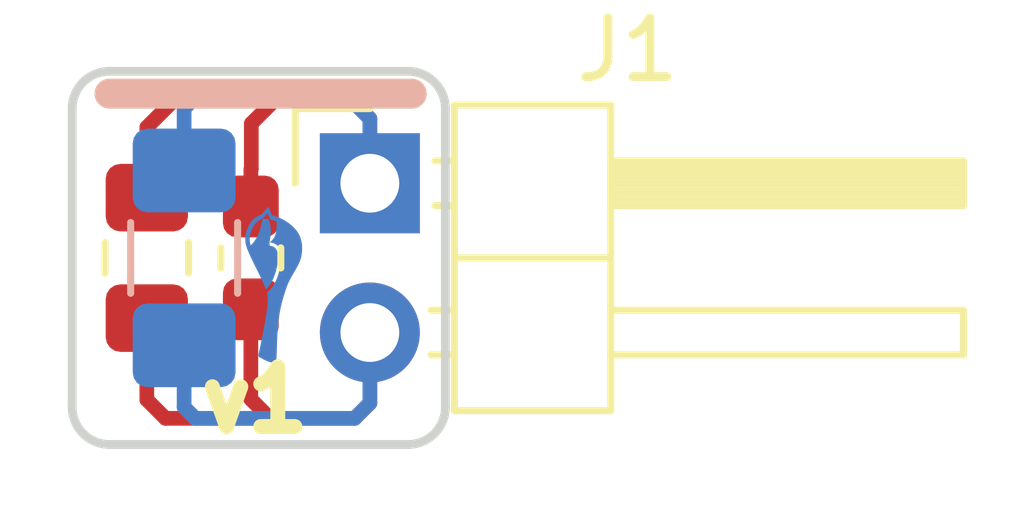
<source format=kicad_pcb>
(kicad_pcb (version 20171130) (host pcbnew "(5.0.0-3-g5ebb6b6)")

  (general
    (thickness 1.6)
    (drawings 11)
    (tracks 28)
    (zones 0)
    (modules 5)
    (nets 3)
  )

  (page A4)
  (layers
    (0 F.Cu signal)
    (31 B.Cu signal)
    (32 B.Adhes user)
    (33 F.Adhes user)
    (34 B.Paste user)
    (35 F.Paste user)
    (36 B.SilkS user)
    (37 F.SilkS user)
    (38 B.Mask user)
    (39 F.Mask user)
    (40 Dwgs.User user)
    (41 Cmts.User user)
    (42 Eco1.User user)
    (43 Eco2.User user)
    (44 Edge.Cuts user)
    (45 Margin user)
    (46 B.CrtYd user)
    (47 F.CrtYd user)
    (48 B.Fab user)
    (49 F.Fab user)
  )

  (setup
    (last_trace_width 0.25)
    (trace_clearance 0.2)
    (zone_clearance 0.508)
    (zone_45_only no)
    (trace_min 0.2)
    (segment_width 0.2)
    (edge_width 0.15)
    (via_size 0.8)
    (via_drill 0.4)
    (via_min_size 0.4)
    (via_min_drill 0.3)
    (uvia_size 0.3)
    (uvia_drill 0.1)
    (uvias_allowed no)
    (uvia_min_size 0.2)
    (uvia_min_drill 0.1)
    (pcb_text_width 0.3)
    (pcb_text_size 1.5 1.5)
    (mod_edge_width 0.15)
    (mod_text_size 1 1)
    (mod_text_width 0.15)
    (pad_size 1.524 1.524)
    (pad_drill 0.762)
    (pad_to_mask_clearance 0.2)
    (aux_axis_origin 0 0)
    (visible_elements FFFFFF7F)
    (pcbplotparams
      (layerselection 0x010fc_ffffffff)
      (usegerberextensions false)
      (usegerberattributes false)
      (usegerberadvancedattributes false)
      (creategerberjobfile false)
      (excludeedgelayer true)
      (linewidth 0.100000)
      (plotframeref false)
      (viasonmask false)
      (mode 1)
      (useauxorigin false)
      (hpglpennumber 1)
      (hpglpenspeed 20)
      (hpglpendiameter 15.000000)
      (psnegative false)
      (psa4output false)
      (plotreference true)
      (plotvalue true)
      (plotinvisibletext false)
      (padsonsilk false)
      (subtractmaskfromsilk false)
      (outputformat 1)
      (mirror false)
      (drillshape 1)
      (scaleselection 1)
      (outputdirectory ""))
  )

  (net 0 "")
  (net 1 "Net-(C1-Pad1)")
  (net 2 "Net-(C1-Pad2)")

  (net_class Default "This is the default net class."
    (clearance 0.2)
    (trace_width 0.25)
    (via_dia 0.8)
    (via_drill 0.4)
    (uvia_dia 0.3)
    (uvia_drill 0.1)
    (add_net "Net-(C1-Pad1)")
    (add_net "Net-(C1-Pad2)")
  )

  (module Capacitor_SMD:C_0603_1608Metric_Pad1.05x0.95mm_HandSolder (layer F.Cu) (tedit 5BF61ED8) (tstamp 5C025349)
    (at 140.2 102.235 270)
    (descr "Capacitor SMD 0603 (1608 Metric), square (rectangular) end terminal, IPC_7351 nominal with elongated pad for handsoldering. (Body size source: http://www.tortai-tech.com/upload/download/2011102023233369053.pdf), generated with kicad-footprint-generator")
    (tags "capacitor handsolder")
    (path /5BF610A1)
    (attr smd)
    (fp_text reference C1 (at 0 -1.43 270) (layer F.SilkS) hide
      (effects (font (size 1 1) (thickness 0.15)))
    )
    (fp_text value C_Small (at 0 1.43 270) (layer F.Fab)
      (effects (font (size 1 1) (thickness 0.15)))
    )
    (fp_line (start -0.8 0.4) (end -0.8 -0.4) (layer F.Fab) (width 0.1))
    (fp_line (start -0.8 -0.4) (end 0.8 -0.4) (layer F.Fab) (width 0.1))
    (fp_line (start 0.8 -0.4) (end 0.8 0.4) (layer F.Fab) (width 0.1))
    (fp_line (start 0.8 0.4) (end -0.8 0.4) (layer F.Fab) (width 0.1))
    (fp_line (start -0.171267 -0.51) (end 0.171267 -0.51) (layer F.SilkS) (width 0.12))
    (fp_line (start -0.171267 0.51) (end 0.171267 0.51) (layer F.SilkS) (width 0.12))
    (fp_line (start -1.65 0.73) (end -1.65 -0.73) (layer F.CrtYd) (width 0.05))
    (fp_line (start -1.65 -0.73) (end 1.65 -0.73) (layer F.CrtYd) (width 0.05))
    (fp_line (start 1.65 -0.73) (end 1.65 0.73) (layer F.CrtYd) (width 0.05))
    (fp_line (start 1.65 0.73) (end -1.65 0.73) (layer F.CrtYd) (width 0.05))
    (fp_text user %R (at 0 0 270) (layer F.Fab)
      (effects (font (size 0.4 0.4) (thickness 0.06)))
    )
    (pad 1 smd roundrect (at -0.875 0 270) (size 1.05 0.95) (layers F.Cu F.Paste F.Mask) (roundrect_rratio 0.25)
      (net 1 "Net-(C1-Pad1)"))
    (pad 2 smd roundrect (at 0.875 0 270) (size 1.05 0.95) (layers F.Cu F.Paste F.Mask) (roundrect_rratio 0.25)
      (net 2 "Net-(C1-Pad2)"))
    (model ${KISYS3DMOD}/Capacitor_SMD.3dshapes/C_0603_1608Metric.wrl
      (at (xyz 0 0 0))
      (scale (xyz 1 1 1))
      (rotate (xyz 0 0 0))
    )
  )

  (module Capacitor_SMD:C_0805_2012Metric_Pad1.15x1.40mm_HandSolder (layer F.Cu) (tedit 5BF61EF0) (tstamp 5C025338)
    (at 138.43 102.235 270)
    (descr "Capacitor SMD 0805 (2012 Metric), square (rectangular) end terminal, IPC_7351 nominal with elongated pad for handsoldering. (Body size source: https://docs.google.com/spreadsheets/d/1BsfQQcO9C6DZCsRaXUlFlo91Tg2WpOkGARC1WS5S8t0/edit?usp=sharing), generated with kicad-footprint-generator")
    (tags "capacitor handsolder")
    (path /5BF610E0)
    (attr smd)
    (fp_text reference C2 (at 0 -1.65 270) (layer F.SilkS) hide
      (effects (font (size 1 1) (thickness 0.15)))
    )
    (fp_text value C_Small (at 0 1.65 270) (layer F.Fab)
      (effects (font (size 1 1) (thickness 0.15)))
    )
    (fp_line (start -1 0.6) (end -1 -0.6) (layer F.Fab) (width 0.1))
    (fp_line (start -1 -0.6) (end 1 -0.6) (layer F.Fab) (width 0.1))
    (fp_line (start 1 -0.6) (end 1 0.6) (layer F.Fab) (width 0.1))
    (fp_line (start 1 0.6) (end -1 0.6) (layer F.Fab) (width 0.1))
    (fp_line (start -0.261252 -0.71) (end 0.261252 -0.71) (layer F.SilkS) (width 0.12))
    (fp_line (start -0.261252 0.71) (end 0.261252 0.71) (layer F.SilkS) (width 0.12))
    (fp_line (start -1.85 0.95) (end -1.85 -0.95) (layer F.CrtYd) (width 0.05))
    (fp_line (start -1.85 -0.95) (end 1.85 -0.95) (layer F.CrtYd) (width 0.05))
    (fp_line (start 1.85 -0.95) (end 1.85 0.95) (layer F.CrtYd) (width 0.05))
    (fp_line (start 1.85 0.95) (end -1.85 0.95) (layer F.CrtYd) (width 0.05))
    (fp_text user %R (at 0 0 270) (layer F.Fab)
      (effects (font (size 0.5 0.5) (thickness 0.08)))
    )
    (pad 1 smd roundrect (at -1.025 0 270) (size 1.15 1.4) (layers F.Cu F.Paste F.Mask) (roundrect_rratio 0.217391)
      (net 1 "Net-(C1-Pad1)"))
    (pad 2 smd roundrect (at 1.025 0 270) (size 1.15 1.4) (layers F.Cu F.Paste F.Mask) (roundrect_rratio 0.217391)
      (net 2 "Net-(C1-Pad2)"))
    (model ${KISYS3DMOD}/Capacitor_SMD.3dshapes/C_0805_2012Metric.wrl
      (at (xyz 0 0 0))
      (scale (xyz 1 1 1))
      (rotate (xyz 0 0 0))
    )
  )

  (module Capacitor_SMD:C_1206_3216Metric_Pad1.42x1.75mm_HandSolder (layer B.Cu) (tedit 5BF61EFF) (tstamp 5C025327)
    (at 139.065 102.235 270)
    (descr "Capacitor SMD 1206 (3216 Metric), square (rectangular) end terminal, IPC_7351 nominal with elongated pad for handsoldering. (Body size source: http://www.tortai-tech.com/upload/download/2011102023233369053.pdf), generated with kicad-footprint-generator")
    (tags "capacitor handsolder")
    (path /5BF6111B)
    (attr smd)
    (fp_text reference C3 (at 0 1.82 270) (layer B.SilkS) hide
      (effects (font (size 1 1) (thickness 0.15)) (justify mirror))
    )
    (fp_text value C_Small (at 0 -1.82 270) (layer B.Fab)
      (effects (font (size 1 1) (thickness 0.15)) (justify mirror))
    )
    (fp_line (start -1.6 -0.8) (end -1.6 0.8) (layer B.Fab) (width 0.1))
    (fp_line (start -1.6 0.8) (end 1.6 0.8) (layer B.Fab) (width 0.1))
    (fp_line (start 1.6 0.8) (end 1.6 -0.8) (layer B.Fab) (width 0.1))
    (fp_line (start 1.6 -0.8) (end -1.6 -0.8) (layer B.Fab) (width 0.1))
    (fp_line (start -0.602064 0.91) (end 0.602064 0.91) (layer B.SilkS) (width 0.12))
    (fp_line (start -0.602064 -0.91) (end 0.602064 -0.91) (layer B.SilkS) (width 0.12))
    (fp_line (start -2.45 -1.12) (end -2.45 1.12) (layer B.CrtYd) (width 0.05))
    (fp_line (start -2.45 1.12) (end 2.45 1.12) (layer B.CrtYd) (width 0.05))
    (fp_line (start 2.45 1.12) (end 2.45 -1.12) (layer B.CrtYd) (width 0.05))
    (fp_line (start 2.45 -1.12) (end -2.45 -1.12) (layer B.CrtYd) (width 0.05))
    (fp_text user %R (at 0 0 270) (layer B.Fab)
      (effects (font (size 0.8 0.8) (thickness 0.12)) (justify mirror))
    )
    (pad 1 smd roundrect (at -1.4875 0 270) (size 1.425 1.75) (layers B.Cu B.Paste B.Mask) (roundrect_rratio 0.175439)
      (net 1 "Net-(C1-Pad1)"))
    (pad 2 smd roundrect (at 1.4875 0 270) (size 1.425 1.75) (layers B.Cu B.Paste B.Mask) (roundrect_rratio 0.175439)
      (net 2 "Net-(C1-Pad2)"))
    (model ${KISYS3DMOD}/Capacitor_SMD.3dshapes/C_1206_3216Metric.wrl
      (at (xyz 0 0 0))
      (scale (xyz 1 1 1))
      (rotate (xyz 0 0 0))
    )
  )

  (module Connector_PinHeader_2.54mm:PinHeader_1x02_P2.54mm_Horizontal (layer F.Cu) (tedit 59FED5CB) (tstamp 5C025316)
    (at 142.225001 100.965)
    (descr "Through hole angled pin header, 1x02, 2.54mm pitch, 6mm pin length, single row")
    (tags "Through hole angled pin header THT 1x02 2.54mm single row")
    (path /5BF61034)
    (fp_text reference J1 (at 4.385 -2.27) (layer F.SilkS)
      (effects (font (size 1 1) (thickness 0.15)))
    )
    (fp_text value Conn_01x02_Male (at 4.385 4.81) (layer F.Fab)
      (effects (font (size 1 1) (thickness 0.15)))
    )
    (fp_line (start 2.135 -1.27) (end 4.04 -1.27) (layer F.Fab) (width 0.1))
    (fp_line (start 4.04 -1.27) (end 4.04 3.81) (layer F.Fab) (width 0.1))
    (fp_line (start 4.04 3.81) (end 1.5 3.81) (layer F.Fab) (width 0.1))
    (fp_line (start 1.5 3.81) (end 1.5 -0.635) (layer F.Fab) (width 0.1))
    (fp_line (start 1.5 -0.635) (end 2.135 -1.27) (layer F.Fab) (width 0.1))
    (fp_line (start -0.32 -0.32) (end 1.5 -0.32) (layer F.Fab) (width 0.1))
    (fp_line (start -0.32 -0.32) (end -0.32 0.32) (layer F.Fab) (width 0.1))
    (fp_line (start -0.32 0.32) (end 1.5 0.32) (layer F.Fab) (width 0.1))
    (fp_line (start 4.04 -0.32) (end 10.04 -0.32) (layer F.Fab) (width 0.1))
    (fp_line (start 10.04 -0.32) (end 10.04 0.32) (layer F.Fab) (width 0.1))
    (fp_line (start 4.04 0.32) (end 10.04 0.32) (layer F.Fab) (width 0.1))
    (fp_line (start -0.32 2.22) (end 1.5 2.22) (layer F.Fab) (width 0.1))
    (fp_line (start -0.32 2.22) (end -0.32 2.86) (layer F.Fab) (width 0.1))
    (fp_line (start -0.32 2.86) (end 1.5 2.86) (layer F.Fab) (width 0.1))
    (fp_line (start 4.04 2.22) (end 10.04 2.22) (layer F.Fab) (width 0.1))
    (fp_line (start 10.04 2.22) (end 10.04 2.86) (layer F.Fab) (width 0.1))
    (fp_line (start 4.04 2.86) (end 10.04 2.86) (layer F.Fab) (width 0.1))
    (fp_line (start 1.44 -1.33) (end 1.44 3.87) (layer F.SilkS) (width 0.12))
    (fp_line (start 1.44 3.87) (end 4.1 3.87) (layer F.SilkS) (width 0.12))
    (fp_line (start 4.1 3.87) (end 4.1 -1.33) (layer F.SilkS) (width 0.12))
    (fp_line (start 4.1 -1.33) (end 1.44 -1.33) (layer F.SilkS) (width 0.12))
    (fp_line (start 4.1 -0.38) (end 10.1 -0.38) (layer F.SilkS) (width 0.12))
    (fp_line (start 10.1 -0.38) (end 10.1 0.38) (layer F.SilkS) (width 0.12))
    (fp_line (start 10.1 0.38) (end 4.1 0.38) (layer F.SilkS) (width 0.12))
    (fp_line (start 4.1 -0.32) (end 10.1 -0.32) (layer F.SilkS) (width 0.12))
    (fp_line (start 4.1 -0.2) (end 10.1 -0.2) (layer F.SilkS) (width 0.12))
    (fp_line (start 4.1 -0.08) (end 10.1 -0.08) (layer F.SilkS) (width 0.12))
    (fp_line (start 4.1 0.04) (end 10.1 0.04) (layer F.SilkS) (width 0.12))
    (fp_line (start 4.1 0.16) (end 10.1 0.16) (layer F.SilkS) (width 0.12))
    (fp_line (start 4.1 0.28) (end 10.1 0.28) (layer F.SilkS) (width 0.12))
    (fp_line (start 1.11 -0.38) (end 1.44 -0.38) (layer F.SilkS) (width 0.12))
    (fp_line (start 1.11 0.38) (end 1.44 0.38) (layer F.SilkS) (width 0.12))
    (fp_line (start 1.44 1.27) (end 4.1 1.27) (layer F.SilkS) (width 0.12))
    (fp_line (start 4.1 2.16) (end 10.1 2.16) (layer F.SilkS) (width 0.12))
    (fp_line (start 10.1 2.16) (end 10.1 2.92) (layer F.SilkS) (width 0.12))
    (fp_line (start 10.1 2.92) (end 4.1 2.92) (layer F.SilkS) (width 0.12))
    (fp_line (start 1.042929 2.16) (end 1.44 2.16) (layer F.SilkS) (width 0.12))
    (fp_line (start 1.042929 2.92) (end 1.44 2.92) (layer F.SilkS) (width 0.12))
    (fp_line (start -1.27 0) (end -1.27 -1.27) (layer F.SilkS) (width 0.12))
    (fp_line (start -1.27 -1.27) (end 0 -1.27) (layer F.SilkS) (width 0.12))
    (fp_line (start -1.8 -1.8) (end -1.8 4.35) (layer F.CrtYd) (width 0.05))
    (fp_line (start -1.8 4.35) (end 10.55 4.35) (layer F.CrtYd) (width 0.05))
    (fp_line (start 10.55 4.35) (end 10.55 -1.8) (layer F.CrtYd) (width 0.05))
    (fp_line (start 10.55 -1.8) (end -1.8 -1.8) (layer F.CrtYd) (width 0.05))
    (fp_text user %R (at 2.77 1.27 90) (layer F.Fab)
      (effects (font (size 1 1) (thickness 0.15)))
    )
    (pad 1 thru_hole rect (at 0 0) (size 1.7 1.7) (drill 1) (layers *.Cu *.Mask)
      (net 1 "Net-(C1-Pad1)"))
    (pad 2 thru_hole oval (at 0 2.54) (size 1.7 1.7) (drill 1) (layers *.Cu *.Mask)
      (net 2 "Net-(C1-Pad2)"))
    (model ${KISYS3DMOD}/Connector_PinHeader_2.54mm.3dshapes/PinHeader_1x02_P2.54mm_Horizontal.wrl
      (at (xyz 0 0 0))
      (scale (xyz 1 1 1))
      (rotate (xyz 0 0 0))
    )
  )

  (module chickadee:chickadee_1mm_fcu (layer B.Cu) (tedit 0) (tstamp 5BF62113)
    (at 140.589 102.6795 270)
    (fp_text reference G*** (at 0 0 270) (layer B.SilkS) hide
      (effects (font (size 1.524 1.524) (thickness 0.3)) (justify mirror))
    )
    (fp_text value LOGO (at 0.75 0 270) (layer B.SilkS) hide
      (effects (font (size 1.524 1.524) (thickness 0.3)) (justify mirror))
    )
    (fp_poly (pts (xy -0.740218 0.506365) (xy -0.727246 0.505756) (xy -0.714938 0.504703) (xy -0.702716 0.50316)
      (xy -0.690001 0.501082) (xy -0.681416 0.499466) (xy -0.668742 0.496844) (xy -0.656651 0.494038)
      (xy -0.644785 0.490934) (xy -0.632786 0.487418) (xy -0.620294 0.483375) (xy -0.606953 0.478691)
      (xy -0.592402 0.473251) (xy -0.576284 0.466941) (xy -0.56409 0.462032) (xy -0.5479 0.455381)
      (xy -0.531464 0.448477) (xy -0.514643 0.441253) (xy -0.497298 0.433646) (xy -0.479292 0.42559)
      (xy -0.460485 0.417021) (xy -0.440738 0.407873) (xy -0.419914 0.398081) (xy -0.397874 0.38758)
      (xy -0.374478 0.376306) (xy -0.349589 0.364193) (xy -0.323068 0.351176) (xy -0.294776 0.337191)
      (xy -0.264575 0.322172) (xy -0.244771 0.312282) (xy -0.216755 0.298298) (xy -0.190721 0.285361)
      (xy -0.166506 0.273396) (xy -0.143949 0.262329) (xy -0.122888 0.252085) (xy -0.103161 0.242591)
      (xy -0.084605 0.233772) (xy -0.06706 0.225553) (xy -0.050362 0.21786) (xy -0.034351 0.210619)
      (xy -0.018864 0.203756) (xy -0.003738 0.197195) (xy 0.011187 0.190863) (xy 0.026074 0.184686)
      (xy 0.041084 0.178588) (xy 0.05638 0.172496) (xy 0.072124 0.166335) (xy 0.078014 0.164054)
      (xy 0.086239 0.16087) (xy 0.093878 0.157898) (xy 0.100592 0.15527) (xy 0.106042 0.153121)
      (xy 0.10989 0.151582) (xy 0.111739 0.150813) (xy 0.115226 0.14925) (xy 0.106187 0.138427)
      (xy 0.091936 0.122587) (xy 0.075546 0.106554) (xy 0.057264 0.090517) (xy 0.03734 0.074664)
      (xy 0.016022 0.059185) (xy -0.006442 0.044268) (xy -0.029801 0.030102) (xy -0.053808 0.016876)
      (xy -0.054429 0.016551) (xy -0.085769 0.001162) (xy -0.119063 -0.013354) (xy -0.153971 -0.026898)
      (xy -0.190155 -0.03937) (xy -0.227276 -0.050672) (xy -0.264996 -0.060705) (xy -0.302977 -0.069369)
      (xy -0.340879 -0.076567) (xy -0.378365 -0.082198) (xy -0.401562 -0.084891) (xy -0.408439 -0.085432)
      (xy -0.417079 -0.085856) (xy -0.427032 -0.086164) (xy -0.437848 -0.086356) (xy -0.449077 -0.086432)
      (xy -0.460268 -0.086392) (xy -0.470971 -0.086235) (xy -0.480737 -0.085962) (xy -0.489114 -0.085572)
      (xy -0.495654 -0.085066) (xy -0.497115 -0.084901) (xy -0.521178 -0.08105) (xy -0.543361 -0.075721)
      (xy -0.563654 -0.068916) (xy -0.582044 -0.06064) (xy -0.598522 -0.050896) (xy -0.604822 -0.046404)
      (xy -0.618758 -0.034555) (xy -0.630647 -0.021498) (xy -0.640609 -0.007068) (xy -0.648764 0.008901)
      (xy -0.652863 0.019352) (xy -0.656022 0.029007) (xy -0.658281 0.037785) (xy -0.659761 0.046453)
      (xy -0.660585 0.055776) (xy -0.660874 0.06652) (xy -0.660876 0.069704) (xy -0.660808 0.089212)
      (xy -0.668705 0.090022) (xy -0.676603 0.090831) (xy -0.685132 0.085027) (xy -0.693662 0.079224)
      (xy -0.694015 0.067733) (xy -0.693479 0.051628) (xy -0.691017 0.034785) (xy -0.686778 0.017706)
      (xy -0.680911 0.000896) (xy -0.673565 -0.015142) (xy -0.665172 -0.029481) (xy -0.652904 -0.045887)
      (xy -0.638847 -0.060669) (xy -0.623008 -0.073824) (xy -0.605394 -0.085348) (xy -0.586013 -0.095238)
      (xy -0.56487 -0.103489) (xy -0.541975 -0.110098) (xy -0.517333 -0.115063) (xy -0.490951 -0.118378)
      (xy -0.487918 -0.118644) (xy -0.478325 -0.11922) (xy -0.466867 -0.119531) (xy -0.454084 -0.11959)
      (xy -0.440513 -0.11941) (xy -0.426694 -0.119005) (xy -0.413164 -0.118386) (xy -0.400463 -0.117567)
      (xy -0.389129 -0.116562) (xy -0.385652 -0.116176) (xy -0.347121 -0.110836) (xy -0.30805 -0.103876)
      (xy -0.268821 -0.095403) (xy -0.229814 -0.085524) (xy -0.191411 -0.074345) (xy -0.153991 -0.061972)
      (xy -0.117937 -0.048512) (xy -0.083629 -0.03407) (xy -0.071241 -0.0284) (xy -0.041296 -0.013587)
      (xy -0.012555 0.002198) (xy 0.014822 0.018839) (xy 0.040677 0.03622) (xy 0.064854 0.054226)
      (xy 0.087192 0.072741) (xy 0.107535 0.091649) (xy 0.125724 0.110834) (xy 0.136583 0.123731)
      (xy 0.141664 0.129921) (xy 0.14549 0.134197) (xy 0.148154 0.136652) (xy 0.149746 0.13738)
      (xy 0.149865 0.137358) (xy 0.154862 0.13611) (xy 0.161873 0.134695) (xy 0.170501 0.13317)
      (xy 0.180352 0.131591) (xy 0.191031 0.130016) (xy 0.202141 0.128502) (xy 0.213288 0.127106)
      (xy 0.224076 0.125885) (xy 0.23411 0.124896) (xy 0.238881 0.124494) (xy 0.249255 0.123899)
      (xy 0.260746 0.123665) (xy 0.273504 0.123803) (xy 0.287683 0.124321) (xy 0.303434 0.125229)
      (xy 0.320911 0.126536) (xy 0.340265 0.12825) (xy 0.36165 0.130382) (xy 0.385216 0.132941)
      (xy 0.39249 0.133765) (xy 0.426067 0.137815) (xy 0.461866 0.142542) (xy 0.499791 0.147928)
      (xy 0.539748 0.153956) (xy 0.581641 0.160608) (xy 0.625375 0.167868) (xy 0.670854 0.175717)
      (xy 0.717983 0.184139) (xy 0.766666 0.193116) (xy 0.816809 0.20263) (xy 0.868316 0.212665)
      (xy 0.921091 0.223203) (xy 0.97504 0.234227) (xy 1.030066 0.245718) (xy 1.086076 0.257661)
      (xy 1.142972 0.270037) (xy 1.152676 0.272172) (xy 1.163487 0.274537) (xy 1.173796 0.276759)
      (xy 1.183312 0.278778) (xy 1.191742 0.280533) (xy 1.198794 0.281963) (xy 1.204178 0.283009)
      (xy 1.207601 0.28361) (xy 1.208314 0.283708) (xy 1.217701 0.283679) (xy 1.227633 0.281761)
      (xy 1.237487 0.278181) (xy 1.246639 0.273167) (xy 1.254467 0.266949) (xy 1.254712 0.26671)
      (xy 1.2584 0.262472) (xy 1.262934 0.256257) (xy 1.268185 0.248303) (xy 1.274022 0.238847)
      (xy 1.280315 0.228126) (xy 1.286935 0.216377) (xy 1.293752 0.203836) (xy 1.300636 0.190741)
      (xy 1.307456 0.17733) (xy 1.314084 0.163838) (xy 1.32039 0.150504) (xy 1.326242 0.137563)
      (xy 1.329236 0.130667) (xy 1.338657 0.107031) (xy 1.346158 0.08477) (xy 1.351736 0.063898)
      (xy 1.355389 0.044425) (xy 1.357117 0.026362) (xy 1.356916 0.00972) (xy 1.354787 -0.005488)
      (xy 1.350961 -0.018636) (xy 1.347676 -0.025583) (xy 1.343025 -0.033096) (xy 1.337609 -0.040329)
      (xy 1.332025 -0.046437) (xy 1.329973 -0.048295) (xy 1.324697 -0.052378) (xy 1.318999 -0.055984)
      (xy 1.312693 -0.059149) (xy 1.305592 -0.061911) (xy 1.29751 -0.064308) (xy 1.28826 -0.066378)
      (xy 1.277656 -0.068158) (xy 1.265511 -0.069686) (xy 1.251638 -0.071001) (xy 1.235851 -0.072139)
      (xy 1.217964 -0.073138) (xy 1.204081 -0.073777) (xy 1.197302 -0.074044) (xy 1.188447 -0.074357)
      (xy 1.177857 -0.074707) (xy 1.165873 -0.075084) (xy 1.152838 -0.075475) (xy 1.139094 -0.075872)
      (xy 1.124981 -0.076264) (xy 1.110842 -0.07664) (xy 1.10369 -0.076824) (xy 1.067359 -0.077782)
      (xy 1.033242 -0.078764) (xy 1.001133 -0.079779) (xy 0.970826 -0.080837) (xy 0.942116 -0.081948)
      (xy 0.914798 -0.083123) (xy 0.888666 -0.084372) (xy 0.863515 -0.085705) (xy 0.839139 -0.087131)
      (xy 0.815333 -0.088661) (xy 0.791891 -0.090305) (xy 0.768608 -0.092073) (xy 0.745278 -0.093976)
      (xy 0.732971 -0.095029) (xy 0.680717 -0.099937) (xy 0.630485 -0.105429) (xy 0.581936 -0.111574)
      (xy 0.53473 -0.118444) (xy 0.488526 -0.126107) (xy 0.442986 -0.134635) (xy 0.397768 -0.144097)
      (xy 0.352533 -0.154564) (xy 0.306941 -0.166105) (xy 0.260651 -0.178791) (xy 0.213325 -0.192692)
      (xy 0.164622 -0.207878) (xy 0.127605 -0.219948) (xy 0.108181 -0.226428) (xy 0.090206 -0.232519)
      (xy 0.073482 -0.238313) (xy 0.057815 -0.243901) (xy 0.043007 -0.249374) (xy 0.028863 -0.254823)
      (xy 0.015187 -0.260341) (xy 0.001782 -0.266017) (xy -0.011546 -0.271944) (xy -0.024995 -0.278212)
      (xy -0.03876 -0.284913) (xy -0.053037 -0.292138) (xy -0.068022 -0.299979) (xy -0.083912 -0.308526)
      (xy -0.100902 -0.317871) (xy -0.119188 -0.328106) (xy -0.138967 -0.33932) (xy -0.160434 -0.351606)
      (xy -0.182638 -0.364394) (xy -0.199847 -0.374312) (xy -0.215197 -0.383126) (xy -0.228913 -0.390959)
      (xy -0.241219 -0.397936) (xy -0.252341 -0.404181) (xy -0.262504 -0.409818) (xy -0.271932 -0.41497)
      (xy -0.280851 -0.419762) (xy -0.289485 -0.424318) (xy -0.298059 -0.428761) (xy -0.306798 -0.433216)
      (xy -0.314476 -0.437081) (xy -0.336871 -0.448025) (xy -0.357712 -0.457612) (xy -0.377359 -0.465965)
      (xy -0.396171 -0.473207) (xy -0.414507 -0.479463) (xy -0.432725 -0.484858) (xy -0.451186 -0.489514)
      (xy -0.470246 -0.493555) (xy -0.486523 -0.496489) (xy -0.506846 -0.499706) (xy -0.525561 -0.502234)
      (xy -0.543361 -0.504129) (xy -0.56094 -0.505448) (xy -0.57899 -0.506246) (xy -0.598206 -0.506579)
      (xy -0.611415 -0.506574) (xy -0.620531 -0.506506) (xy -0.629117 -0.506417) (xy -0.636799 -0.506315)
      (xy -0.643201 -0.506203) (xy -0.647949 -0.506089) (xy -0.650667 -0.505977) (xy -0.650724 -0.505973)
      (xy -0.68194 -0.502882) (xy -0.712732 -0.498204) (xy -0.742805 -0.492014) (xy -0.771868 -0.484388)
      (xy -0.799627 -0.4754) (xy -0.825787 -0.465126) (xy -0.845557 -0.455937) (xy -0.874986 -0.439858)
      (xy -0.903658 -0.421501) (xy -0.931547 -0.400894) (xy -0.958627 -0.378065) (xy -0.984871 -0.353043)
      (xy -1.010253 -0.325855) (xy -1.034748 -0.29653) (xy -1.058329 -0.265096) (xy -1.08097 -0.23158)
      (xy -1.102645 -0.196012) (xy -1.123328 -0.158418) (xy -1.124812 -0.15557) (xy -1.1375 -0.129851)
      (xy -1.149333 -0.103196) (xy -1.160434 -0.075284) (xy -1.170927 -0.045797) (xy -1.180933 -0.014413)
      (xy -1.186591 0.004883) (xy -1.189185 0.013999) (xy -1.273438 0.047985) (xy -1.286973 0.053462)
      (xy -1.299836 0.0587) (xy -1.311852 0.063627) (xy -1.322848 0.068169) (xy -1.332651 0.072255)
      (xy -1.341087 0.07581) (xy -1.347981 0.078763) (xy -1.353162 0.081041) (xy -1.356455 0.082571)
      (xy -1.357686 0.08328) (xy -1.357691 0.083296) (xy -1.356808 0.084282) (xy -1.354247 0.086755)
      (xy -1.350138 0.090596) (xy -1.344613 0.095686) (xy -1.337802 0.101906) (xy -1.329837 0.109136)
      (xy -1.320848 0.117259) (xy -1.310966 0.126155) (xy -1.300322 0.135705) (xy -1.289047 0.145791)
      (xy -1.280281 0.153612) (xy -1.202872 0.222603) (xy -1.197942 0.236221) (xy -1.188227 0.260247)
      (xy -1.176828 0.283185) (xy -1.163605 0.305244) (xy -1.148419 0.326632) (xy -1.131131 0.347559)
      (xy -1.1116 0.368232) (xy -1.105981 0.373743) (xy -1.082901 0.394375) (xy -1.058013 0.413466)
      (xy -1.031406 0.430968) (xy -1.003171 0.446838) (xy -0.973399 0.46103) (xy -0.942181 0.473498)
      (xy -0.909608 0.484198) (xy -0.87577 0.493083) (xy -0.859972 0.496514) (xy -0.84475 0.499475)
      (xy -0.831131 0.501797) (xy -0.818407 0.503556) (xy -0.805872 0.504833) (xy -0.792818 0.505704)
      (xy -0.778538 0.50625) (xy -0.770467 0.506429) (xy -0.754432 0.506574) (xy -0.740218 0.506365)) (layer B.Mask) (width 0.01))
    (fp_poly (pts (xy -0.751055 0.478262) (xy -0.740197 0.47809) (xy -0.730723 0.47773) (xy -0.722118 0.477141)
      (xy -0.713865 0.47628) (xy -0.70545 0.475105) (xy -0.696354 0.473575) (xy -0.688824 0.472178)
      (xy -0.668645 0.467802) (xy -0.647697 0.462293) (xy -0.626971 0.455938) (xy -0.607454 0.449022)
      (xy -0.603553 0.447505) (xy -0.588749 0.44161) (xy -0.57422 0.435735) (xy -0.559834 0.429816)
      (xy -0.545459 0.423793) (xy -0.53096 0.417604) (xy -0.516205 0.411186) (xy -0.501061 0.404479)
      (xy -0.485395 0.397419) (xy -0.469075 0.389946) (xy -0.451967 0.381996) (xy -0.433938 0.37351)
      (xy -0.414856 0.364424) (xy -0.394588 0.354676) (xy -0.373001 0.344206) (xy -0.349961 0.33295)
      (xy -0.325337 0.320848) (xy -0.298994 0.307837) (xy -0.270801 0.293855) (xy -0.240623 0.278841)
      (xy -0.232834 0.274959) (xy -0.20683 0.262019) (xy -0.1828 0.250113) (xy -0.160573 0.239163)
      (xy -0.139975 0.229088) (xy -0.120835 0.219809) (xy -0.102979 0.211246) (xy -0.086235 0.20332)
      (xy -0.07043 0.195951) (xy -0.055393 0.189059) (xy -0.040951 0.182566) (xy -0.02693 0.17639)
      (xy -0.013159 0.170453) (xy 0.000534 0.164675) (xy 0.014324 0.158976) (xy 0.02838 0.153277)
      (xy 0.042878 0.147498) (xy 0.045892 0.146307) (xy 0.05462 0.14283) (xy 0.062601 0.139584)
      (xy 0.06956 0.136687) (xy 0.075225 0.134254) (xy 0.079322 0.132403) (xy 0.081579 0.131249)
      (xy 0.081934 0.130963) (xy 0.081281 0.129584) (xy 0.07909 0.126875) (xy 0.075635 0.123103)
      (xy 0.071192 0.118538) (xy 0.066037 0.113451) (xy 0.060445 0.108109) (xy 0.05469 0.102784)
      (xy 0.049048 0.097743) (xy 0.043794 0.093257) (xy 0.041602 0.091469) (xy 0.016105 0.072406)
      (xy -0.011573 0.054311) (xy -0.041388 0.037201) (xy -0.073297 0.021095) (xy -0.107257 0.006011)
      (xy -0.143223 -0.008033) (xy -0.181152 -0.02102) (xy -0.221001 -0.032931) (xy -0.262726 -0.043748)
      (xy -0.306283 -0.053453) (xy -0.313267 -0.054872) (xy -0.343166 -0.060463) (xy -0.371156 -0.064855)
      (xy -0.397423 -0.068061) (xy -0.422151 -0.070093) (xy -0.445525 -0.070965) (xy -0.467729 -0.070691)
      (xy -0.488949 -0.069283) (xy -0.498813 -0.068212) (xy -0.521261 -0.064581) (xy -0.541954 -0.059417)
      (xy -0.560863 -0.052737) (xy -0.577961 -0.044558) (xy -0.593218 -0.034896) (xy -0.606606 -0.023767)
      (xy -0.618098 -0.011189) (xy -0.627664 0.002822) (xy -0.63124 0.009407) (xy -0.635566 0.018965)
      (xy -0.639065 0.029004) (xy -0.641871 0.040027) (xy -0.644115 0.052536) (xy -0.645611 0.064095)
      (xy -0.646492 0.071948) (xy -0.670077 0.074004) (xy -0.677448 0.074643) (xy -0.684042 0.075209)
      (xy -0.689461 0.075667) (xy -0.693306 0.075984) (xy -0.695181 0.076127) (xy -0.695245 0.07613)
      (xy -0.696266 0.076844) (xy -0.696114 0.077357) (xy -0.696736 0.077875) (xy -0.699043 0.078007)
      (xy -0.70234 0.077811) (xy -0.705932 0.077344) (xy -0.709125 0.076664) (xy -0.710595 0.076163)
      (xy -0.712484 0.075643) (xy -0.71636 0.074799) (xy -0.721828 0.073712) (xy -0.728489 0.072458)
      (xy -0.735947 0.071116) (xy -0.73781 0.07079) (xy -0.765748 0.066159) (xy -0.79229 0.06226)
      (xy -0.818309 0.058976) (xy -0.844674 0.056191) (xy -0.852715 0.055442) (xy -0.860405 0.054896)
      (xy -0.869732 0.054473) (xy -0.880234 0.054174) (xy -0.891446 0.053999) (xy -0.902904 0.053948)
      (xy -0.914147 0.054021) (xy -0.92471 0.054219) (xy -0.93413 0.054542) (xy -0.941943 0.054989)
      (xy -0.946453 0.055405) (xy -0.971422 0.058715) (xy -0.995716 0.062791) (xy -1.019977 0.067766)
      (xy -1.044848 0.073775) (xy -1.070973 0.080952) (xy -1.076278 0.082502) (xy -1.084026 0.08483)
      (xy -1.089736 0.086663) (xy -1.093707 0.088122) (xy -1.096243 0.089327) (xy -1.097643 0.090398)
      (xy -1.098139 0.091211) (xy -1.098467 0.092964) (xy -1.099006 0.096836) (xy -1.099722 0.10254)
      (xy -1.10058 0.109789) (xy -1.101547 0.118296) (xy -1.102589 0.127772) (xy -1.103648 0.137709)
      (xy -1.10488 0.149597) (xy -1.105842 0.159286) (xy -1.10655 0.166979) (xy -1.107016 0.172878)
      (xy -1.107256 0.177189) (xy -1.107282 0.180112) (xy -1.107109 0.181853) (xy -1.10675 0.182614)
      (xy -1.106718 0.182636) (xy -1.104591 0.183421) (xy -1.101215 0.184189) (xy -1.100198 0.18436)
      (xy -1.096342 0.185056) (xy -1.090496 0.186241) (xy -1.08302 0.187834) (xy -1.074275 0.189753)
      (xy -1.06462 0.191915) (xy -1.054418 0.194239) (xy -1.044027 0.196642) (xy -1.033809 0.199043)
      (xy -1.024123 0.20136) (xy -1.015331 0.203511) (xy -1.008743 0.205168) (xy -0.973556 0.214549)
      (xy -0.940645 0.224093) (xy -0.90987 0.233848) (xy -0.881091 0.24386) (xy -0.854167 0.254177)
      (xy -0.828959 0.264846) (xy -0.824895 0.26667) (xy -0.800664 0.278482) (xy -0.775989 0.292107)
      (xy -0.751459 0.307169) (xy -0.727664 0.323292) (xy -0.705192 0.340102) (xy -0.690034 0.352531)
      (xy -0.683978 0.357798) (xy -0.677692 0.363425) (xy -0.671423 0.369174) (xy -0.665415 0.374808)
      (xy -0.659915 0.380091) (xy -0.655168 0.384786) (xy -0.65142 0.388655) (xy -0.648916 0.391462)
      (xy -0.647903 0.392969) (xy -0.647925 0.393131) (xy -0.649695 0.394005) (xy -0.653455 0.395334)
      (xy -0.65884 0.397014) (xy -0.665488 0.398936) (xy -0.673035 0.400993) (xy -0.681118 0.403078)
      (xy -0.684591 0.403938) (xy -0.708558 0.408878) (xy -0.732627 0.411967) (xy -0.757032 0.4132)
      (xy -0.782007 0.41257) (xy -0.807787 0.410072) (xy -0.834605 0.405698) (xy -0.862698 0.399443)
      (xy -0.863366 0.399276) (xy -0.891925 0.391136) (xy -0.919308 0.38139) (xy -0.945414 0.370115)
      (xy -0.970139 0.35739) (xy -0.993384 0.343295) (xy -1.015047 0.327907) (xy -1.035025 0.311306)
      (xy -1.053219 0.293571) (xy -1.069526 0.27478) (xy -1.083845 0.255012) (xy -1.096074 0.234346)
      (xy -1.106113 0.21286) (xy -1.107314 0.209852) (xy -1.111098 0.200176) (xy -1.161823 0.151899)
      (xy -1.171085 0.143077) (xy -1.17981 0.134752) (xy -1.187845 0.127072) (xy -1.195032 0.120187)
      (xy -1.201217 0.114246) (xy -1.206244 0.109399) (xy -1.209958 0.105796) (xy -1.212202 0.103584)
      (xy -1.212838 0.102913) (xy -1.211825 0.102298) (xy -1.208807 0.1008) (xy -1.203992 0.098515)
      (xy -1.197588 0.095538) (xy -1.189803 0.091966) (xy -1.180843 0.087894) (xy -1.170918 0.083418)
      (xy -1.160235 0.078633) (xy -1.15768 0.077494) (xy -1.102232 0.052782) (xy -1.096459 0.032136)
      (xy -1.09368 0.02255) (xy -1.090305 0.011471) (xy -1.086544 -0.000459) (xy -1.082605 -0.012597)
      (xy -1.078695 -0.024301) (xy -1.075024 -0.034927) (xy -1.071939 -0.043459) (xy -1.070071 -0.048152)
      (xy -1.068522 -0.051057) (xy -1.066925 -0.052708) (xy -1.064973 -0.05362) (xy -1.062469 -0.05402)
      (xy -1.057902 -0.054341) (xy -1.051625 -0.054586) (xy -1.043993 -0.054753) (xy -1.03536 -0.054845)
      (xy -1.026079 -0.054862) (xy -1.016506 -0.054804) (xy -1.006993 -0.054672) (xy -0.997896 -0.054468)
      (xy -0.989567 -0.054192) (xy -0.982362 -0.053844) (xy -0.976691 -0.053431) (xy -0.920825 -0.047387)
      (xy -0.886581 -0.042801) (xy -0.871934 -0.040594) (xy -0.859311 -0.038434) (xy -0.84832 -0.036214)
      (xy -0.838572 -0.033826) (xy -0.829675 -0.031165) (xy -0.821239 -0.028123) (xy -0.812873 -0.024592)
      (xy -0.804186 -0.020466) (xy -0.803124 -0.019936) (xy -0.783962 -0.009126) (xy -0.765171 0.003847)
      (xy -0.747066 0.018724) (xy -0.729964 0.035249) (xy -0.716319 0.05056) (xy -0.709991 0.058183)
      (xy -0.709991 0.054007) (xy -0.709644 0.048906) (xy -0.708688 0.0421) (xy -0.707244 0.034188)
      (xy -0.705437 0.025769) (xy -0.703389 0.017443) (xy -0.701225 0.00981) (xy -0.700298 0.006914)
      (xy -0.692278 -0.013452) (xy -0.682339 -0.032358) (xy -0.670511 -0.049779) (xy -0.656825 -0.065687)
      (xy -0.64131 -0.080055) (xy -0.623997 -0.092858) (xy -0.604916 -0.104068) (xy -0.584098 -0.113659)
      (xy -0.561572 -0.121604) (xy -0.551543 -0.124461) (xy -0.53363 -0.128669) (xy -0.515193 -0.13186)
      (xy -0.495797 -0.134083) (xy -0.475006 -0.135387) (xy -0.452386 -0.135823) (xy -0.451757 -0.135823)
      (xy -0.434211 -0.135614) (xy -0.417169 -0.134964) (xy -0.400234 -0.133829) (xy -0.383009 -0.132163)
      (xy -0.365099 -0.129922) (xy -0.346105 -0.127063) (xy -0.325633 -0.12354) (xy -0.303284 -0.119309)
      (xy -0.301776 -0.119012) (xy -0.259453 -0.109967) (xy -0.218482 -0.099807) (xy -0.178944 -0.088571)
      (xy -0.140924 -0.076295) (xy -0.104503 -0.063018) (xy -0.069763 -0.048776) (xy -0.036788 -0.033608)
      (xy -0.00566 -0.01755) (xy 0.023538 -0.000641) (xy 0.050725 0.017083) (xy 0.075816 0.035584)
      (xy 0.098731 0.054824) (xy 0.114905 0.070184) (xy 0.120437 0.075893) (xy 0.126094 0.081986)
      (xy 0.131319 0.087845) (xy 0.135552 0.092853) (xy 0.136676 0.094266) (xy 0.140136 0.098703)
      (xy 0.143204 0.102623) (xy 0.145471 0.105506) (xy 0.146352 0.106613) (xy 0.147293 0.107626)
      (xy 0.148435 0.108157) (xy 0.150288 0.108205) (xy 0.153363 0.107765) (xy 0.158172 0.106836)
      (xy 0.159657 0.106536) (xy 0.195236 0.100557) (xy 0.231034 0.096975) (xy 0.267112 0.095784)
      (xy 0.303528 0.096983) (xy 0.309033 0.097369) (xy 0.33794 0.099793) (xy 0.369079 0.10289)
      (xy 0.402365 0.106645) (xy 0.43771 0.111044) (xy 0.475028 0.116071) (xy 0.514232 0.121712)
      (xy 0.555236 0.127952) (xy 0.597954 0.134775) (xy 0.642299 0.142167) (xy 0.688184 0.150112)
      (xy 0.735522 0.158596) (xy 0.784229 0.167604) (xy 0.834216 0.177121) (xy 0.885397 0.187132)
      (xy 0.937686 0.197621) (xy 0.990997 0.208574) (xy 1.045242 0.219976) (xy 1.100336 0.231812)
      (xy 1.152676 0.243289) (xy 1.167931 0.246667) (xy 1.181034 0.249509) (xy 1.192203 0.251767)
      (xy 1.201653 0.253396) (xy 1.209604 0.25435) (xy 1.21627 0.254583) (xy 1.22187 0.254048)
      (xy 1.22662 0.252699) (xy 1.230737 0.25049) (xy 1.234439 0.247376) (xy 1.237943 0.243309)
      (xy 1.241464 0.238245) (xy 1.245221 0.232136) (xy 1.249431 0.224936) (xy 1.250898 0.222413)
      (xy 1.263676 0.199861) (xy 1.275653 0.17749) (xy 1.286693 0.155584) (xy 1.296661 0.134429)
      (xy 1.305422 0.114311) (xy 1.31284 0.095514) (xy 1.317593 0.081991) (xy 1.322894 0.064021)
      (xy 1.326568 0.047251) (xy 1.328625 0.03176) (xy 1.329075 0.017625) (xy 1.327926 0.004925)
      (xy 1.325189 -0.006261) (xy 1.320872 -0.015856) (xy 1.314984 -0.023781) (xy 1.307537 -0.029958)
      (xy 1.303928 -0.032021) (xy 1.300454 -0.033653) (xy 1.296665 -0.035151) (xy 1.292439 -0.036525)
      (xy 1.287653 -0.037786) (xy 1.282186 -0.038942) (xy 1.275913 -0.040003) (xy 1.268713 -0.04098)
      (xy 1.260463 -0.04188) (xy 1.251042 -0.042715) (xy 1.240325 -0.043494) (xy 1.228191 -0.044227)
      (xy 1.214517 -0.044922) (xy 1.199181 -0.04559) (xy 1.18206 -0.046241) (xy 1.163032 -0.046884)
      (xy 1.141974 -0.047529) (xy 1.118764 -0.048185) (xy 1.093279 -0.048862) (xy 1.088571 -0.048983)
      (xy 1.046716 -0.050128) (xy 1.007089 -0.051355) (xy 0.969499 -0.052676) (xy 0.933756 -0.054101)
      (xy 0.89967 -0.05564) (xy 0.867049 -0.057304) (xy 0.835705 -0.059104) (xy 0.805446 -0.06105)
      (xy 0.776082 -0.063153) (xy 0.747423 -0.065423) (xy 0.719279 -0.06787) (xy 0.691458 -0.070505)
      (xy 0.682171 -0.071433) (xy 0.638046 -0.076175) (xy 0.595372 -0.081351) (xy 0.553893 -0.087019)
      (xy 0.513353 -0.093237) (xy 0.473495 -0.100063) (xy 0.434062 -0.107556) (xy 0.394799 -0.115773)
      (xy 0.355447 -0.124772) (xy 0.315751 -0.134612) (xy 0.275454 -0.145351) (xy 0.234299 -0.157047)
      (xy 0.192031 -0.169758) (xy 0.148391 -0.183541) (xy 0.103124 -0.198456) (xy 0.067128 -0.210703)
      (xy 0.050033 -0.216706) (xy 0.033737 -0.22268) (xy 0.018009 -0.228737) (xy 0.00262 -0.234985)
      (xy -0.012659 -0.241535) (xy -0.028057 -0.248495) (xy -0.043805 -0.255977) (xy -0.060132 -0.26409)
      (xy -0.077267 -0.272943) (xy -0.09544 -0.282647) (xy -0.114881 -0.293311) (xy -0.135818 -0.305046)
      (xy -0.158481 -0.31796) (xy -0.165705 -0.322112) (xy -0.185804 -0.333676) (xy -0.203965 -0.344109)
      (xy -0.220343 -0.353494) (xy -0.23509 -0.361917) (xy -0.248361 -0.369461) (xy -0.260307 -0.376212)
      (xy -0.271084 -0.382255) (xy -0.280845 -0.387673) (xy -0.289742 -0.392552) (xy -0.29793 -0.396976)
      (xy -0.305562 -0.40103) (xy -0.312792 -0.404799) (xy -0.319772 -0.408367) (xy -0.326657 -0.411818)
      (xy -0.333599 -0.415239) (xy -0.340753 -0.418712) (xy -0.341381 -0.419015) (xy -0.364503 -0.429794)
      (xy -0.386315 -0.439138) (xy -0.407286 -0.447182) (xy -0.427889 -0.454061) (xy -0.448591 -0.459909)
      (xy -0.469865 -0.464861) (xy -0.492181 -0.46905) (xy -0.516008 -0.472613) (xy -0.538238 -0.475296)
      (xy -0.552291 -0.476585) (xy -0.568044 -0.4776) (xy -0.584792 -0.478321) (xy -0.60183 -0.478731)
      (xy -0.618453 -0.478811) (xy -0.633956 -0.478541) (xy -0.644072 -0.478117) (xy -0.671345 -0.475839)
      (xy -0.69893 -0.472026) (xy -0.726419 -0.46678) (xy -0.753406 -0.460204) (xy -0.779482 -0.4524)
      (xy -0.804241 -0.44347) (xy -0.827275 -0.433518) (xy -0.833483 -0.4305) (xy -0.861248 -0.415327)
      (xy -0.88841 -0.397854) (xy -0.914921 -0.378135) (xy -0.940733 -0.356223) (xy -0.965799 -0.332172)
      (xy -0.990071 -0.306038) (xy -1.0135 -0.277873) (xy -1.036038 -0.247732) (xy -1.057639 -0.215669)
      (xy -1.078253 -0.181738) (xy -1.097833 -0.145993) (xy -1.113293 -0.114926) (xy -1.11958 -0.101241)
      (xy -1.125622 -0.087059) (xy -1.131591 -0.071936) (xy -1.137662 -0.05543) (xy -1.144008 -0.037098)
      (xy -1.145498 -0.032657) (xy -1.148127 -0.024618) (xy -1.150906 -0.015845) (xy -1.153712 -0.006745)
      (xy -1.156426 0.002272) (xy -1.158926 0.010798) (xy -1.161091 0.018422) (xy -1.162802 0.024738)
      (xy -1.163936 0.029335) (xy -1.164214 0.030666) (xy -1.164957 0.03463) (xy -1.235111 0.062939)
      (xy -1.247447 0.067926) (xy -1.259106 0.072657) (xy -1.269898 0.077052) (xy -1.27963 0.081033)
      (xy -1.28811 0.084521) (xy -1.295147 0.087438) (xy -1.300548 0.089703) (xy -1.304123 0.091238)
      (xy -1.30568 0.091965) (xy -1.305731 0.092004) (xy -1.304928 0.092912) (xy -1.302459 0.095297)
      (xy -1.298465 0.09903) (xy -1.293088 0.103981) (xy -1.28647 0.11002) (xy -1.278753 0.117019)
      (xy -1.27008 0.124849) (xy -1.260592 0.133379) (xy -1.250432 0.142481) (xy -1.241731 0.150251)
      (xy -1.229382 0.161267) (xy -1.218715 0.170796) (xy -1.209601 0.17896) (xy -1.201915 0.185881)
      (xy -1.19553 0.191679) (xy -1.19032 0.196477) (xy -1.186157 0.200396) (xy -1.182916 0.203557)
      (xy -1.180469 0.206081) (xy -1.178691 0.20809) (xy -1.177454 0.209706) (xy -1.176632 0.21105)
      (xy -1.176099 0.212243) (xy -1.175728 0.213407) (xy -1.175665 0.213635) (xy -1.173467 0.220681)
      (xy -1.170347 0.229235) (xy -1.166551 0.238692) (xy -1.162329 0.248443) (xy -1.15793 0.257883)
      (xy -1.155669 0.262439) (xy -1.144544 0.282396) (xy -1.13178 0.301639) (xy -1.117143 0.320486)
      (xy -1.100401 0.339256) (xy -1.095894 0.343938) (xy -1.076863 0.362294) (xy -1.057224 0.378917)
      (xy -1.036565 0.394104) (xy -1.014474 0.408152) (xy -0.990538 0.421359) (xy -0.983343 0.424999)
      (xy -0.96001 0.435927) (xy -0.936691 0.44547) (xy -0.912965 0.453758) (xy -0.888409 0.460917)
      (xy -0.862604 0.467077) (xy -0.835128 0.472366) (xy -0.819196 0.474942) (xy -0.812395 0.475943)
      (xy -0.806454 0.47672) (xy -0.800894 0.477302) (xy -0.795236 0.477717) (xy -0.789003 0.477995)
      (xy -0.781715 0.478164) (xy -0.772895 0.478254) (xy -0.763815 0.478289) (xy -0.751055 0.478262)) (layer B.Cu) (width 0.01))
  )

  (gr_text v1 (at 140.2715 104.648) (layer F.SilkS)
    (effects (font (size 1.016 1.016) (thickness 0.254)))
  )
  (gr_line (start 137.795 99.441) (end 142.9385 99.441) (layer B.SilkS) (width 0.508) (tstamp 5BF62145))
  (gr_line (start 137.795 99.441) (end 142.9385 99.441) (layer F.SilkS) (width 0.508))
  (gr_arc (start 142.875 104.775) (end 142.875 105.41) (angle -90) (layer Edge.Cuts) (width 0.15))
  (gr_arc (start 137.795 104.775) (end 137.16 104.775) (angle -90) (layer Edge.Cuts) (width 0.15))
  (gr_arc (start 137.795 99.695) (end 137.795 99.06) (angle -90) (layer Edge.Cuts) (width 0.15))
  (gr_arc (start 142.875 99.695) (end 143.51 99.695) (angle -90) (layer Edge.Cuts) (width 0.15))
  (gr_line (start 137.795 99.06) (end 142.875 99.06) (layer Edge.Cuts) (width 0.15))
  (gr_line (start 137.16 104.775) (end 137.16 99.695) (layer Edge.Cuts) (width 0.15))
  (gr_line (start 142.875 105.41) (end 137.795 105.41) (layer Edge.Cuts) (width 0.15))
  (gr_line (start 143.51 99.695) (end 143.51 104.775) (layer Edge.Cuts) (width 0.15))

  (segment (start 139.2555 99.5045) (end 139.065 99.695) (width 0.25) (layer B.Cu) (net 1))
  (segment (start 139.065 99.695) (end 139.065 100.7475) (width 0.25) (layer B.Cu) (net 1))
  (segment (start 141.864501 99.5045) (end 139.2555 99.5045) (width 0.25) (layer B.Cu) (net 1))
  (segment (start 142.225001 99.865) (end 141.864501 99.5045) (width 0.25) (layer B.Cu) (net 1))
  (segment (start 142.225001 100.965) (end 142.225001 99.865) (width 0.25) (layer B.Cu) (net 1))
  (segment (start 142.225001 99.865) (end 141.864501 99.5045) (width 0.25) (layer F.Cu) (net 1))
  (segment (start 142.225001 100.965) (end 142.225001 99.865) (width 0.25) (layer F.Cu) (net 1))
  (segment (start 138.43 100.0125) (end 138.43 101.21) (width 0.25) (layer F.Cu) (net 1))
  (segment (start 138.938 99.5045) (end 138.43 100.0125) (width 0.25) (layer F.Cu) (net 1))
  (segment (start 140.2 100.735) (end 140.208 100.727) (width 0.25) (layer F.Cu) (net 1))
  (segment (start 140.2 101.36) (end 140.2 100.735) (width 0.25) (layer F.Cu) (net 1))
  (segment (start 140.208 99.949) (end 140.6525 99.5045) (width 0.25) (layer F.Cu) (net 1))
  (segment (start 140.6525 99.5045) (end 138.938 99.5045) (width 0.25) (layer F.Cu) (net 1))
  (segment (start 140.208 100.727) (end 140.208 99.949) (width 0.25) (layer F.Cu) (net 1))
  (segment (start 141.864501 99.5045) (end 140.6525 99.5045) (width 0.25) (layer F.Cu) (net 1))
  (segment (start 139.065 104.775) (end 139.065 103.7225) (width 0.25) (layer B.Cu) (net 2))
  (segment (start 139.2555 104.9655) (end 139.065 104.775) (width 0.25) (layer B.Cu) (net 2))
  (segment (start 141.966582 104.9655) (end 139.2555 104.9655) (width 0.25) (layer B.Cu) (net 2))
  (segment (start 142.225001 104.707081) (end 141.966582 104.9655) (width 0.25) (layer B.Cu) (net 2))
  (segment (start 142.225001 103.505) (end 142.225001 104.707081) (width 0.25) (layer B.Cu) (net 2))
  (segment (start 140.2 104.64) (end 140.2 103.11) (width 0.25) (layer F.Cu) (net 2))
  (segment (start 140.5255 104.9655) (end 140.2 104.64) (width 0.25) (layer F.Cu) (net 2))
  (segment (start 142.225001 104.707081) (end 141.966582 104.9655) (width 0.25) (layer F.Cu) (net 2))
  (segment (start 141.966582 104.9655) (end 140.5255 104.9655) (width 0.25) (layer F.Cu) (net 2))
  (segment (start 142.225001 103.505) (end 142.225001 104.707081) (width 0.25) (layer F.Cu) (net 2))
  (segment (start 140.5255 104.9655) (end 138.7475 104.9655) (width 0.25) (layer F.Cu) (net 2))
  (segment (start 138.43 104.648) (end 138.43 103.26) (width 0.25) (layer F.Cu) (net 2))
  (segment (start 138.7475 104.9655) (end 138.43 104.648) (width 0.25) (layer F.Cu) (net 2))

)

</source>
